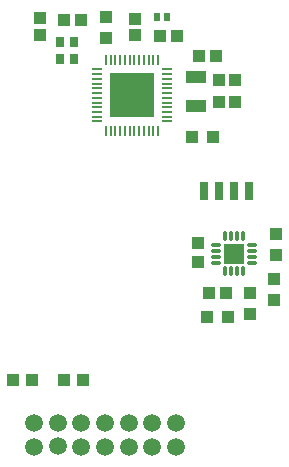
<source format=gbp>
G04 #@! TF.GenerationSoftware,KiCad,Pcbnew,5.1.5-52549c5~84~ubuntu18.04.1*
G04 #@! TF.CreationDate,2020-02-14T10:22:43+02:00*
G04 #@! TF.ProjectId,Touch_Switch_1ch,546f7563-685f-4537-9769-7463685f3163,rev?*
G04 #@! TF.SameCoordinates,Original*
G04 #@! TF.FileFunction,Paste,Bot*
G04 #@! TF.FilePolarity,Positive*
%FSLAX46Y46*%
G04 Gerber Fmt 4.6, Leading zero omitted, Abs format (unit mm)*
G04 Created by KiCad (PCBNEW 5.1.5-52549c5~84~ubuntu18.04.1) date 2020-02-14 10:22:43*
%MOMM*%
%LPD*%
G04 APERTURE LIST*
%ADD10R,1.100000X1.000000*%
%ADD11R,0.635000X1.524000*%
%ADD12O,0.850000X0.280000*%
%ADD13O,0.280000X0.850000*%
%ADD14R,1.700000X1.700000*%
%ADD15R,1.000000X1.100000*%
%ADD16R,3.800000X3.800000*%
%ADD17O,0.220000X1.000000*%
%ADD18O,1.000000X0.220000*%
%ADD19R,0.600000X0.650000*%
%ADD20R,1.800000X1.000000*%
%ADD21C,1.500000*%
%ADD22R,0.800000X0.900000*%
G04 APERTURE END LIST*
D10*
X112395000Y-55764000D03*
X112395000Y-53964000D03*
D11*
X106299000Y-50292000D03*
X107569000Y-50292000D03*
X108839000Y-50292000D03*
X110109000Y-50292000D03*
D12*
X110339000Y-54876000D03*
X110339000Y-55376000D03*
X110339000Y-55876000D03*
X110339000Y-56376000D03*
D13*
X109589000Y-57126000D03*
X109089000Y-57126000D03*
X108589000Y-57126000D03*
X108089000Y-57126000D03*
D12*
X107339000Y-56376000D03*
X107339000Y-55876000D03*
X107339000Y-55376000D03*
X107339000Y-54876000D03*
D13*
X108089000Y-54126000D03*
X108589000Y-54126000D03*
X109089000Y-54126000D03*
X109589000Y-54126000D03*
D14*
X108839000Y-55626000D03*
D10*
X110236000Y-60717000D03*
X110236000Y-58917000D03*
D15*
X106542000Y-60960000D03*
X108342000Y-60960000D03*
D10*
X112268000Y-59574000D03*
X112268000Y-57774000D03*
D15*
X106742000Y-58928000D03*
X108142000Y-58928000D03*
D10*
X105791000Y-54699000D03*
X105791000Y-56299000D03*
D15*
X91717000Y-66294000D03*
X90117000Y-66294000D03*
X96023000Y-66294000D03*
X94423000Y-66294000D03*
D16*
X100205000Y-42227000D03*
D17*
X102404000Y-45228000D03*
X102006000Y-45228000D03*
X101607000Y-45228000D03*
X101205000Y-45228000D03*
X100807000Y-45228000D03*
X100405000Y-45228000D03*
X100007000Y-45228000D03*
X99605000Y-45228000D03*
X99206000Y-45228000D03*
X98805000Y-45228000D03*
X98406000Y-45228000D03*
X98005000Y-45228000D03*
X98005000Y-39228000D03*
X98406000Y-39228000D03*
X98805000Y-39228000D03*
X99206000Y-39228000D03*
X99605000Y-39228000D03*
X100007000Y-39228000D03*
X100405000Y-39228000D03*
X100807000Y-39228000D03*
X101205000Y-39228000D03*
X101607000Y-39228000D03*
X102006000Y-39228000D03*
X102404000Y-39228000D03*
D18*
X97206000Y-40027000D03*
X97206000Y-40428000D03*
X97206000Y-40827000D03*
X97206000Y-41228000D03*
X97206000Y-41627000D03*
X97206000Y-42029000D03*
X97206000Y-42427000D03*
X97206000Y-42829000D03*
X97206000Y-43227000D03*
X97206000Y-43629000D03*
X97206000Y-44028000D03*
X97206000Y-44429000D03*
X103206000Y-44429000D03*
X103206000Y-44028000D03*
X103206000Y-43629000D03*
X103206000Y-43227000D03*
X103206000Y-42829000D03*
X103206000Y-42427000D03*
X103206000Y-42029000D03*
X103206000Y-41627000D03*
X103206000Y-41228000D03*
X103206000Y-40827000D03*
X103206000Y-40428000D03*
X103206000Y-40027000D03*
D10*
X98044000Y-37360000D03*
X98044000Y-35560000D03*
D15*
X107072000Y-45720000D03*
X105272000Y-45720000D03*
X95885000Y-35814000D03*
X94485000Y-35814000D03*
D10*
X92456000Y-37087000D03*
X92456000Y-35687000D03*
D15*
X108966000Y-42799000D03*
X107566000Y-42799000D03*
X108969000Y-40894000D03*
X107569000Y-40894000D03*
X105915000Y-38862000D03*
X107315000Y-38862000D03*
D10*
X100457000Y-37149000D03*
X100457000Y-35749000D03*
D15*
X102616000Y-37211000D03*
X104016000Y-37211000D03*
D19*
X102319000Y-35560000D03*
X103167000Y-35560000D03*
D20*
X105664000Y-40660000D03*
X105664000Y-43160000D03*
D21*
X95918000Y-71992000D03*
X95918000Y-69992000D03*
X97918000Y-71992000D03*
X97918000Y-69992000D03*
X99918000Y-71992000D03*
X99918000Y-69992000D03*
X101918000Y-71992000D03*
X101918000Y-69992000D03*
X103918000Y-71992000D03*
X103918000Y-69992000D03*
X93918000Y-71942000D03*
X93918000Y-69992000D03*
X91918000Y-71992000D03*
X91918000Y-69992000D03*
D22*
X95307000Y-39119000D03*
X95307000Y-37719000D03*
X94107000Y-37719000D03*
X94107000Y-39119000D03*
M02*

</source>
